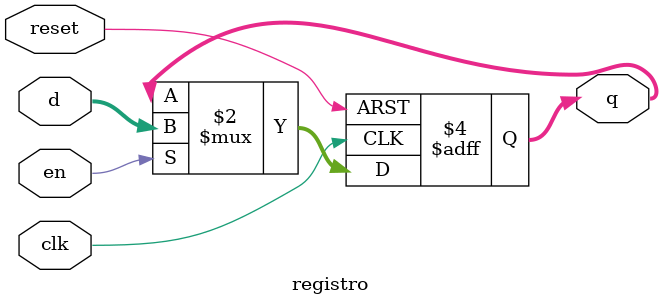
<source format=sv>
module registro #(parameter WIDTH = 8)
    (input logic clk, reset, en,
    input logic [WIDTH-1:0] d, output logic [WIDTH-1:0] q);
    always_ff @(negedge clk, posedge reset) 
    if (reset) q <= 0;
    else if (en) q <= d;
endmodule
</source>
